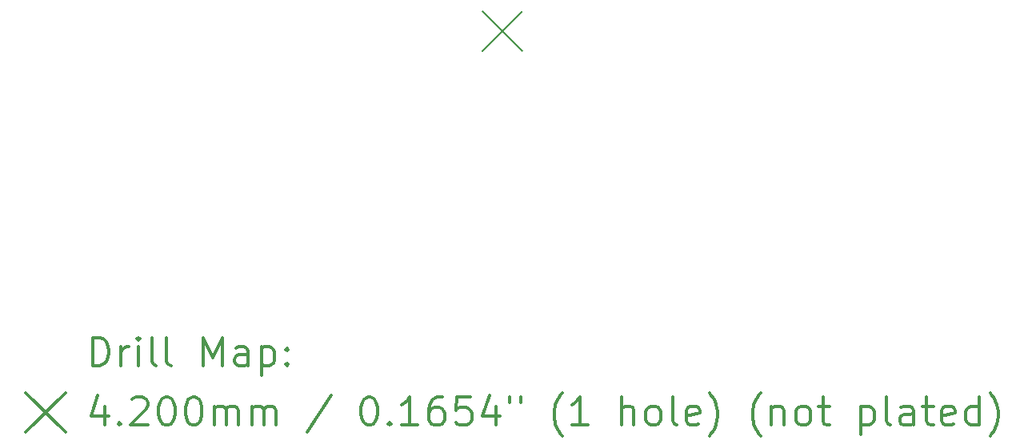
<source format=gbr>
%FSLAX45Y45*%
G04 Gerber Fmt 4.5, Leading zero omitted, Abs format (unit mm)*
G04 Created by KiCad (PCBNEW (5.1.10)-1) date 2022-08-23 18:53:12*
%MOMM*%
%LPD*%
G01*
G04 APERTURE LIST*
%ADD10C,0.200000*%
%ADD11C,0.300000*%
G04 APERTURE END LIST*
D10*
X13531400Y-8184700D02*
X13951400Y-8604700D01*
X13951400Y-8184700D02*
X13531400Y-8604700D01*
D11*
X9402679Y-11942514D02*
X9402679Y-11642514D01*
X9474107Y-11642514D01*
X9516964Y-11656800D01*
X9545536Y-11685371D01*
X9559821Y-11713943D01*
X9574107Y-11771086D01*
X9574107Y-11813943D01*
X9559821Y-11871086D01*
X9545536Y-11899657D01*
X9516964Y-11928228D01*
X9474107Y-11942514D01*
X9402679Y-11942514D01*
X9702679Y-11942514D02*
X9702679Y-11742514D01*
X9702679Y-11799657D02*
X9716964Y-11771086D01*
X9731250Y-11756800D01*
X9759821Y-11742514D01*
X9788393Y-11742514D01*
X9888393Y-11942514D02*
X9888393Y-11742514D01*
X9888393Y-11642514D02*
X9874107Y-11656800D01*
X9888393Y-11671086D01*
X9902679Y-11656800D01*
X9888393Y-11642514D01*
X9888393Y-11671086D01*
X10074107Y-11942514D02*
X10045536Y-11928228D01*
X10031250Y-11899657D01*
X10031250Y-11642514D01*
X10231250Y-11942514D02*
X10202679Y-11928228D01*
X10188393Y-11899657D01*
X10188393Y-11642514D01*
X10574107Y-11942514D02*
X10574107Y-11642514D01*
X10674107Y-11856800D01*
X10774107Y-11642514D01*
X10774107Y-11942514D01*
X11045536Y-11942514D02*
X11045536Y-11785371D01*
X11031250Y-11756800D01*
X11002679Y-11742514D01*
X10945536Y-11742514D01*
X10916964Y-11756800D01*
X11045536Y-11928228D02*
X11016964Y-11942514D01*
X10945536Y-11942514D01*
X10916964Y-11928228D01*
X10902679Y-11899657D01*
X10902679Y-11871086D01*
X10916964Y-11842514D01*
X10945536Y-11828228D01*
X11016964Y-11828228D01*
X11045536Y-11813943D01*
X11188393Y-11742514D02*
X11188393Y-12042514D01*
X11188393Y-11756800D02*
X11216964Y-11742514D01*
X11274107Y-11742514D01*
X11302678Y-11756800D01*
X11316964Y-11771086D01*
X11331250Y-11799657D01*
X11331250Y-11885371D01*
X11316964Y-11913943D01*
X11302678Y-11928228D01*
X11274107Y-11942514D01*
X11216964Y-11942514D01*
X11188393Y-11928228D01*
X11459821Y-11913943D02*
X11474107Y-11928228D01*
X11459821Y-11942514D01*
X11445536Y-11928228D01*
X11459821Y-11913943D01*
X11459821Y-11942514D01*
X11459821Y-11756800D02*
X11474107Y-11771086D01*
X11459821Y-11785371D01*
X11445536Y-11771086D01*
X11459821Y-11756800D01*
X11459821Y-11785371D01*
X8696250Y-12226800D02*
X9116250Y-12646800D01*
X9116250Y-12226800D02*
X8696250Y-12646800D01*
X9531250Y-12372514D02*
X9531250Y-12572514D01*
X9459821Y-12258228D02*
X9388393Y-12472514D01*
X9574107Y-12472514D01*
X9688393Y-12543943D02*
X9702679Y-12558228D01*
X9688393Y-12572514D01*
X9674107Y-12558228D01*
X9688393Y-12543943D01*
X9688393Y-12572514D01*
X9816964Y-12301086D02*
X9831250Y-12286800D01*
X9859821Y-12272514D01*
X9931250Y-12272514D01*
X9959821Y-12286800D01*
X9974107Y-12301086D01*
X9988393Y-12329657D01*
X9988393Y-12358228D01*
X9974107Y-12401086D01*
X9802679Y-12572514D01*
X9988393Y-12572514D01*
X10174107Y-12272514D02*
X10202679Y-12272514D01*
X10231250Y-12286800D01*
X10245536Y-12301086D01*
X10259821Y-12329657D01*
X10274107Y-12386800D01*
X10274107Y-12458228D01*
X10259821Y-12515371D01*
X10245536Y-12543943D01*
X10231250Y-12558228D01*
X10202679Y-12572514D01*
X10174107Y-12572514D01*
X10145536Y-12558228D01*
X10131250Y-12543943D01*
X10116964Y-12515371D01*
X10102679Y-12458228D01*
X10102679Y-12386800D01*
X10116964Y-12329657D01*
X10131250Y-12301086D01*
X10145536Y-12286800D01*
X10174107Y-12272514D01*
X10459821Y-12272514D02*
X10488393Y-12272514D01*
X10516964Y-12286800D01*
X10531250Y-12301086D01*
X10545536Y-12329657D01*
X10559821Y-12386800D01*
X10559821Y-12458228D01*
X10545536Y-12515371D01*
X10531250Y-12543943D01*
X10516964Y-12558228D01*
X10488393Y-12572514D01*
X10459821Y-12572514D01*
X10431250Y-12558228D01*
X10416964Y-12543943D01*
X10402679Y-12515371D01*
X10388393Y-12458228D01*
X10388393Y-12386800D01*
X10402679Y-12329657D01*
X10416964Y-12301086D01*
X10431250Y-12286800D01*
X10459821Y-12272514D01*
X10688393Y-12572514D02*
X10688393Y-12372514D01*
X10688393Y-12401086D02*
X10702679Y-12386800D01*
X10731250Y-12372514D01*
X10774107Y-12372514D01*
X10802679Y-12386800D01*
X10816964Y-12415371D01*
X10816964Y-12572514D01*
X10816964Y-12415371D02*
X10831250Y-12386800D01*
X10859821Y-12372514D01*
X10902679Y-12372514D01*
X10931250Y-12386800D01*
X10945536Y-12415371D01*
X10945536Y-12572514D01*
X11088393Y-12572514D02*
X11088393Y-12372514D01*
X11088393Y-12401086D02*
X11102679Y-12386800D01*
X11131250Y-12372514D01*
X11174107Y-12372514D01*
X11202678Y-12386800D01*
X11216964Y-12415371D01*
X11216964Y-12572514D01*
X11216964Y-12415371D02*
X11231250Y-12386800D01*
X11259821Y-12372514D01*
X11302678Y-12372514D01*
X11331250Y-12386800D01*
X11345536Y-12415371D01*
X11345536Y-12572514D01*
X11931250Y-12258228D02*
X11674107Y-12643943D01*
X12316964Y-12272514D02*
X12345536Y-12272514D01*
X12374107Y-12286800D01*
X12388393Y-12301086D01*
X12402678Y-12329657D01*
X12416964Y-12386800D01*
X12416964Y-12458228D01*
X12402678Y-12515371D01*
X12388393Y-12543943D01*
X12374107Y-12558228D01*
X12345536Y-12572514D01*
X12316964Y-12572514D01*
X12288393Y-12558228D01*
X12274107Y-12543943D01*
X12259821Y-12515371D01*
X12245536Y-12458228D01*
X12245536Y-12386800D01*
X12259821Y-12329657D01*
X12274107Y-12301086D01*
X12288393Y-12286800D01*
X12316964Y-12272514D01*
X12545536Y-12543943D02*
X12559821Y-12558228D01*
X12545536Y-12572514D01*
X12531250Y-12558228D01*
X12545536Y-12543943D01*
X12545536Y-12572514D01*
X12845536Y-12572514D02*
X12674107Y-12572514D01*
X12759821Y-12572514D02*
X12759821Y-12272514D01*
X12731250Y-12315371D01*
X12702678Y-12343943D01*
X12674107Y-12358228D01*
X13102678Y-12272514D02*
X13045536Y-12272514D01*
X13016964Y-12286800D01*
X13002678Y-12301086D01*
X12974107Y-12343943D01*
X12959821Y-12401086D01*
X12959821Y-12515371D01*
X12974107Y-12543943D01*
X12988393Y-12558228D01*
X13016964Y-12572514D01*
X13074107Y-12572514D01*
X13102678Y-12558228D01*
X13116964Y-12543943D01*
X13131250Y-12515371D01*
X13131250Y-12443943D01*
X13116964Y-12415371D01*
X13102678Y-12401086D01*
X13074107Y-12386800D01*
X13016964Y-12386800D01*
X12988393Y-12401086D01*
X12974107Y-12415371D01*
X12959821Y-12443943D01*
X13402678Y-12272514D02*
X13259821Y-12272514D01*
X13245536Y-12415371D01*
X13259821Y-12401086D01*
X13288393Y-12386800D01*
X13359821Y-12386800D01*
X13388393Y-12401086D01*
X13402678Y-12415371D01*
X13416964Y-12443943D01*
X13416964Y-12515371D01*
X13402678Y-12543943D01*
X13388393Y-12558228D01*
X13359821Y-12572514D01*
X13288393Y-12572514D01*
X13259821Y-12558228D01*
X13245536Y-12543943D01*
X13674107Y-12372514D02*
X13674107Y-12572514D01*
X13602678Y-12258228D02*
X13531250Y-12472514D01*
X13716964Y-12472514D01*
X13816964Y-12272514D02*
X13816964Y-12329657D01*
X13931250Y-12272514D02*
X13931250Y-12329657D01*
X14374107Y-12686800D02*
X14359821Y-12672514D01*
X14331250Y-12629657D01*
X14316964Y-12601086D01*
X14302678Y-12558228D01*
X14288393Y-12486800D01*
X14288393Y-12429657D01*
X14302678Y-12358228D01*
X14316964Y-12315371D01*
X14331250Y-12286800D01*
X14359821Y-12243943D01*
X14374107Y-12229657D01*
X14645536Y-12572514D02*
X14474107Y-12572514D01*
X14559821Y-12572514D02*
X14559821Y-12272514D01*
X14531250Y-12315371D01*
X14502678Y-12343943D01*
X14474107Y-12358228D01*
X15002678Y-12572514D02*
X15002678Y-12272514D01*
X15131250Y-12572514D02*
X15131250Y-12415371D01*
X15116964Y-12386800D01*
X15088393Y-12372514D01*
X15045536Y-12372514D01*
X15016964Y-12386800D01*
X15002678Y-12401086D01*
X15316964Y-12572514D02*
X15288393Y-12558228D01*
X15274107Y-12543943D01*
X15259821Y-12515371D01*
X15259821Y-12429657D01*
X15274107Y-12401086D01*
X15288393Y-12386800D01*
X15316964Y-12372514D01*
X15359821Y-12372514D01*
X15388393Y-12386800D01*
X15402678Y-12401086D01*
X15416964Y-12429657D01*
X15416964Y-12515371D01*
X15402678Y-12543943D01*
X15388393Y-12558228D01*
X15359821Y-12572514D01*
X15316964Y-12572514D01*
X15588393Y-12572514D02*
X15559821Y-12558228D01*
X15545536Y-12529657D01*
X15545536Y-12272514D01*
X15816964Y-12558228D02*
X15788393Y-12572514D01*
X15731250Y-12572514D01*
X15702678Y-12558228D01*
X15688393Y-12529657D01*
X15688393Y-12415371D01*
X15702678Y-12386800D01*
X15731250Y-12372514D01*
X15788393Y-12372514D01*
X15816964Y-12386800D01*
X15831250Y-12415371D01*
X15831250Y-12443943D01*
X15688393Y-12472514D01*
X15931250Y-12686800D02*
X15945536Y-12672514D01*
X15974107Y-12629657D01*
X15988393Y-12601086D01*
X16002678Y-12558228D01*
X16016964Y-12486800D01*
X16016964Y-12429657D01*
X16002678Y-12358228D01*
X15988393Y-12315371D01*
X15974107Y-12286800D01*
X15945536Y-12243943D01*
X15931250Y-12229657D01*
X16474107Y-12686800D02*
X16459821Y-12672514D01*
X16431250Y-12629657D01*
X16416964Y-12601086D01*
X16402678Y-12558228D01*
X16388393Y-12486800D01*
X16388393Y-12429657D01*
X16402678Y-12358228D01*
X16416964Y-12315371D01*
X16431250Y-12286800D01*
X16459821Y-12243943D01*
X16474107Y-12229657D01*
X16588393Y-12372514D02*
X16588393Y-12572514D01*
X16588393Y-12401086D02*
X16602678Y-12386800D01*
X16631250Y-12372514D01*
X16674107Y-12372514D01*
X16702678Y-12386800D01*
X16716964Y-12415371D01*
X16716964Y-12572514D01*
X16902679Y-12572514D02*
X16874107Y-12558228D01*
X16859821Y-12543943D01*
X16845536Y-12515371D01*
X16845536Y-12429657D01*
X16859821Y-12401086D01*
X16874107Y-12386800D01*
X16902679Y-12372514D01*
X16945536Y-12372514D01*
X16974107Y-12386800D01*
X16988393Y-12401086D01*
X17002679Y-12429657D01*
X17002679Y-12515371D01*
X16988393Y-12543943D01*
X16974107Y-12558228D01*
X16945536Y-12572514D01*
X16902679Y-12572514D01*
X17088393Y-12372514D02*
X17202679Y-12372514D01*
X17131250Y-12272514D02*
X17131250Y-12529657D01*
X17145536Y-12558228D01*
X17174107Y-12572514D01*
X17202679Y-12572514D01*
X17531250Y-12372514D02*
X17531250Y-12672514D01*
X17531250Y-12386800D02*
X17559821Y-12372514D01*
X17616964Y-12372514D01*
X17645536Y-12386800D01*
X17659821Y-12401086D01*
X17674107Y-12429657D01*
X17674107Y-12515371D01*
X17659821Y-12543943D01*
X17645536Y-12558228D01*
X17616964Y-12572514D01*
X17559821Y-12572514D01*
X17531250Y-12558228D01*
X17845536Y-12572514D02*
X17816964Y-12558228D01*
X17802679Y-12529657D01*
X17802679Y-12272514D01*
X18088393Y-12572514D02*
X18088393Y-12415371D01*
X18074107Y-12386800D01*
X18045536Y-12372514D01*
X17988393Y-12372514D01*
X17959821Y-12386800D01*
X18088393Y-12558228D02*
X18059821Y-12572514D01*
X17988393Y-12572514D01*
X17959821Y-12558228D01*
X17945536Y-12529657D01*
X17945536Y-12501086D01*
X17959821Y-12472514D01*
X17988393Y-12458228D01*
X18059821Y-12458228D01*
X18088393Y-12443943D01*
X18188393Y-12372514D02*
X18302679Y-12372514D01*
X18231250Y-12272514D02*
X18231250Y-12529657D01*
X18245536Y-12558228D01*
X18274107Y-12572514D01*
X18302679Y-12572514D01*
X18516964Y-12558228D02*
X18488393Y-12572514D01*
X18431250Y-12572514D01*
X18402679Y-12558228D01*
X18388393Y-12529657D01*
X18388393Y-12415371D01*
X18402679Y-12386800D01*
X18431250Y-12372514D01*
X18488393Y-12372514D01*
X18516964Y-12386800D01*
X18531250Y-12415371D01*
X18531250Y-12443943D01*
X18388393Y-12472514D01*
X18788393Y-12572514D02*
X18788393Y-12272514D01*
X18788393Y-12558228D02*
X18759821Y-12572514D01*
X18702679Y-12572514D01*
X18674107Y-12558228D01*
X18659821Y-12543943D01*
X18645536Y-12515371D01*
X18645536Y-12429657D01*
X18659821Y-12401086D01*
X18674107Y-12386800D01*
X18702679Y-12372514D01*
X18759821Y-12372514D01*
X18788393Y-12386800D01*
X18902679Y-12686800D02*
X18916964Y-12672514D01*
X18945536Y-12629657D01*
X18959821Y-12601086D01*
X18974107Y-12558228D01*
X18988393Y-12486800D01*
X18988393Y-12429657D01*
X18974107Y-12358228D01*
X18959821Y-12315371D01*
X18945536Y-12286800D01*
X18916964Y-12243943D01*
X18902679Y-12229657D01*
M02*

</source>
